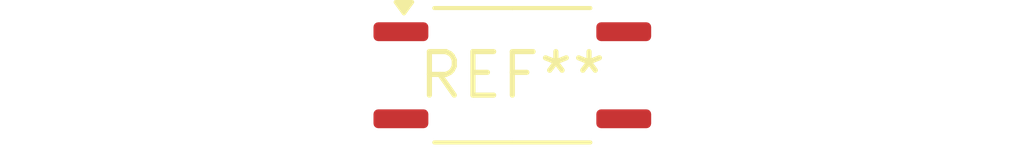
<source format=kicad_pcb>
(kicad_pcb (version 20240108) (generator pcbnew)
  (layers (0 "F.Cu" signal) (31 "B.Cu" signal) (34 "B.Paste" user) (35 "F.Paste" user) (36 "B.SilkS" user "B.Silkscreen") (37 "F.SilkS" user "F.Silkscreen") (38 "B.Mask" user) (39 "F.Mask" user) (44 "Edge.Cuts" user))
  (net 0 "")
  (footprint "SOIC-4_4.55x3.7mm_P2.54mm" (layer "F.Cu") (at 0 0)
    (property "Reference" "REF**")
    (property "Value" "SOIC-4_4.55x3.7mm_P2.54mm")
    (fp_line (start 0 -1.96) (end -2.275 -1.96) (layer "F.SilkS") (stroke (width 0.12)))
    (fp_line (start 0 -1.96) (end 2.275 -1.96) (layer "F.SilkS") (stroke (width 0.12)))
    (fp_line (start 0 1.96) (end -2.275 1.96) (layer "F.SilkS") (stroke (width 0.12)))
    (fp_line (start 0 1.96) (end 2.275 1.96) (layer "F.SilkS") (stroke (width 0.12)))
    (fp_poly (pts (xy -3.1625 -1.805) (xy -3.4025 -2.135) (xy -2.9225 -2.135) (xy -3.1625 -1.805)) (layer "F.SilkS") (stroke (width 0.12)) (fill solid))
    (pad "1" smd roundrect (at -3.25 -1.27) (size 1.6 0.55) (layers "F.Cu" "F.Paste" "F.Mask"))
    (pad "3" smd roundrect (at -3.25 1.27) (size 1.6 0.55) (layers "F.Cu" "F.Paste" "F.Mask"))
    (pad "4" smd roundrect (at 3.25 1.27) (size 1.6 0.55) (layers "F.Cu" "F.Paste" "F.Mask"))
    (pad "6" smd roundrect (at 3.25 -1.27) (size 1.6 0.55) (layers "F.Cu" "F.Paste" "F.Mask"))
  )
)
</source>
